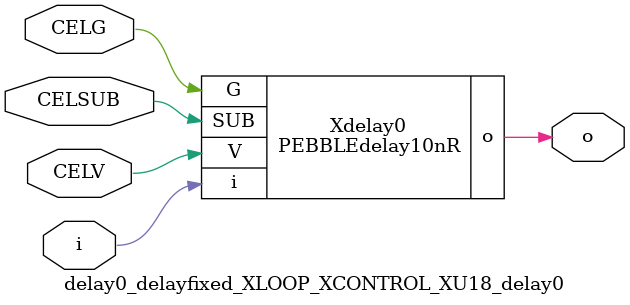
<source format=v>



module PEBBLEdelay10nR ( o, V, G, i, SUB );

  input V;
  input i;
  input G;
  output o;
  input SUB;
endmodule

//Celera Confidential Do Not Copy delay0_delayfixed_XLOOP_XCONTROL_XU18_delay0
//TYPE: fixed 10ns
module delay0_delayfixed_XLOOP_XCONTROL_XU18_delay0 (i, CELV, o,
CELG,CELSUB);
input CELV;
input i;
output o;
input CELSUB;
input CELG;

//Celera Confidential Do Not Copy delayfast0
PEBBLEdelay10nR Xdelay0(
.V (CELV),
.i (i),
.o (o),
.G (CELG),
.SUB (CELSUB)
);
//,diesize,PEBBLEdelay10nR

//Celera Confidential Do Not Copy Module End
//Celera Schematic Generator
endmodule

</source>
